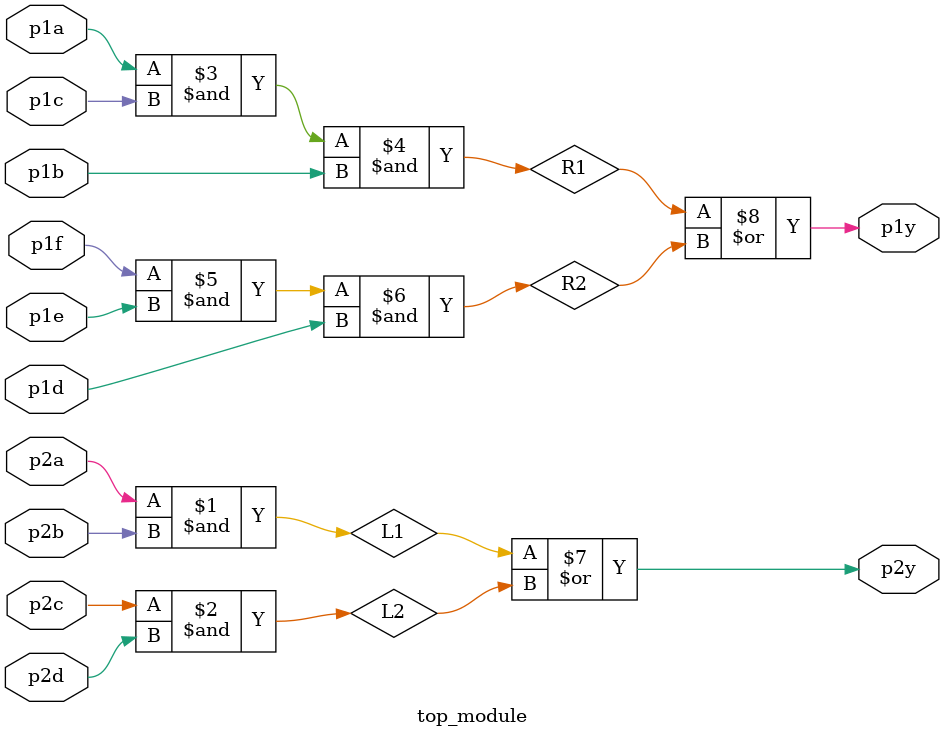
<source format=v>
module top_module ( 
    input p1a, p1b, p1c, p1d, p1e, p1f,
    output p1y,
    input p2a, p2b, p2c, p2d,
    output p2y );

    wire L1, L2;
    wire R1, R2;

    assign L1=p2a&p2b;
    assign L2=p2c&p2d;

    assign R1=p1a&p1c&p1b;
    assign R2=p1f&p1e&p1d;

    assign p2y=L1|L2;
    assign p1y=R1|R2;


endmodule
</source>
